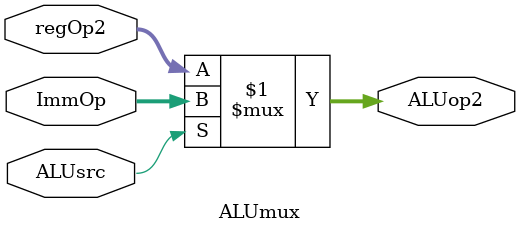
<source format=sv>
module ALUmux #(
    parameter DATA_WIDTH = 32
)(
    input logic  [DATA_WIDTH-1:0] regOp2,
    input logic  [DATA_WIDTH-1:0] ImmOp,
    input logic                   ALUsrc,
    output logic [DATA_WIDTH-1:0] ALUop2
);

assign ALUop2 = ALUsrc ? ImmOp : regOp2;

endmodule

</source>
